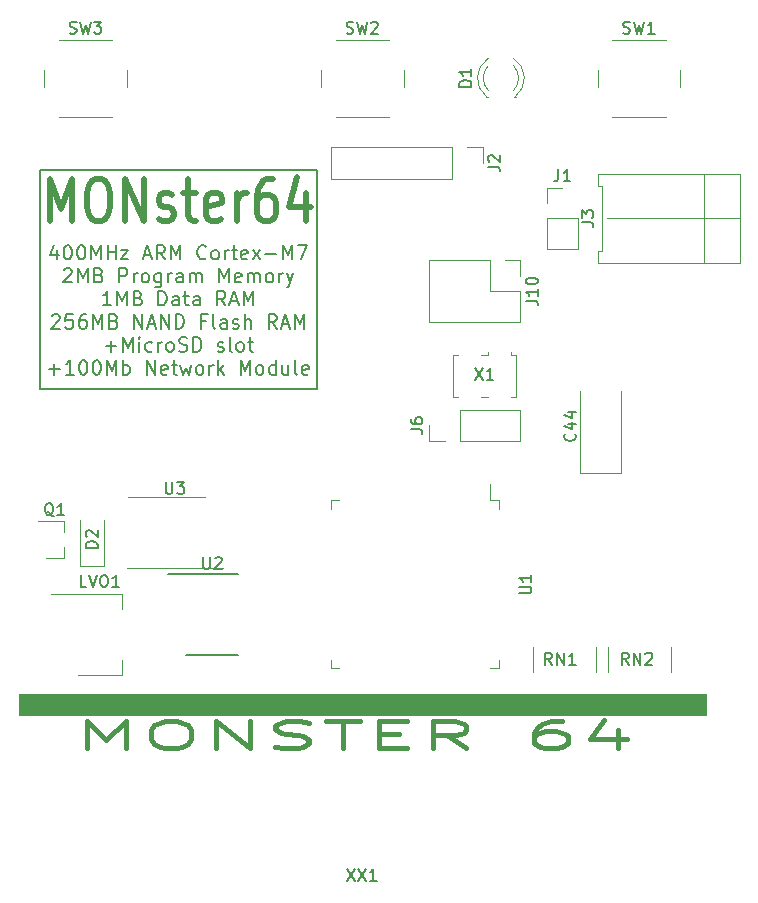
<source format=gbr>
G04 #@! TF.GenerationSoftware,KiCad,Pcbnew,(5.1.5)-3*
G04 #@! TF.CreationDate,2020-07-17T14:56:35-04:00*
G04 #@! TF.ProjectId,MONster64,4d4f4e73-7465-4723-9634-2e6b69636164,rev?*
G04 #@! TF.SameCoordinates,Original*
G04 #@! TF.FileFunction,Legend,Top*
G04 #@! TF.FilePolarity,Positive*
%FSLAX46Y46*%
G04 Gerber Fmt 4.6, Leading zero omitted, Abs format (unit mm)*
G04 Created by KiCad (PCBNEW (5.1.5)-3) date 2020-07-17 14:56:35*
%MOMM*%
%LPD*%
G04 APERTURE LIST*
%ADD10C,0.400000*%
%ADD11C,0.150000*%
%ADD12C,0.500000*%
%ADD13C,0.120000*%
%ADD14C,0.010000*%
%ADD15C,0.100000*%
G04 APERTURE END LIST*
D10*
X63042452Y-131954857D02*
X63042452Y-129704857D01*
X64709119Y-131312000D01*
X66375785Y-129704857D01*
X66375785Y-131954857D01*
X69709119Y-129704857D02*
X70661500Y-129704857D01*
X71137690Y-129812000D01*
X71613880Y-130026285D01*
X71851976Y-130454857D01*
X71851976Y-131204857D01*
X71613880Y-131633428D01*
X71137690Y-131847714D01*
X70661500Y-131954857D01*
X69709119Y-131954857D01*
X69232928Y-131847714D01*
X68756738Y-131633428D01*
X68518642Y-131204857D01*
X68518642Y-130454857D01*
X68756738Y-130026285D01*
X69232928Y-129812000D01*
X69709119Y-129704857D01*
X73994833Y-131954857D02*
X73994833Y-129704857D01*
X76851976Y-131954857D01*
X76851976Y-129704857D01*
X78994833Y-131847714D02*
X79709119Y-131954857D01*
X80899595Y-131954857D01*
X81375785Y-131847714D01*
X81613880Y-131740571D01*
X81851976Y-131526285D01*
X81851976Y-131312000D01*
X81613880Y-131097714D01*
X81375785Y-130990571D01*
X80899595Y-130883428D01*
X79947214Y-130776285D01*
X79471023Y-130669142D01*
X79232928Y-130562000D01*
X78994833Y-130347714D01*
X78994833Y-130133428D01*
X79232928Y-129919142D01*
X79471023Y-129812000D01*
X79947214Y-129704857D01*
X81137690Y-129704857D01*
X81851976Y-129812000D01*
X83280547Y-129704857D02*
X86137690Y-129704857D01*
X84709119Y-131954857D02*
X84709119Y-129704857D01*
X87804357Y-130776285D02*
X89471023Y-130776285D01*
X90185309Y-131954857D02*
X87804357Y-131954857D01*
X87804357Y-129704857D01*
X90185309Y-129704857D01*
X95185309Y-131954857D02*
X93518642Y-130883428D01*
X92328166Y-131954857D02*
X92328166Y-129704857D01*
X94232928Y-129704857D01*
X94709119Y-129812000D01*
X94947214Y-129919142D01*
X95185309Y-130133428D01*
X95185309Y-130454857D01*
X94947214Y-130669142D01*
X94709119Y-130776285D01*
X94232928Y-130883428D01*
X92328166Y-130883428D01*
X103280547Y-129704857D02*
X102328166Y-129704857D01*
X101851976Y-129812000D01*
X101613880Y-129919142D01*
X101137690Y-130240571D01*
X100899595Y-130669142D01*
X100899595Y-131526285D01*
X101137690Y-131740571D01*
X101375785Y-131847714D01*
X101851976Y-131954857D01*
X102804357Y-131954857D01*
X103280547Y-131847714D01*
X103518642Y-131740571D01*
X103756738Y-131526285D01*
X103756738Y-130990571D01*
X103518642Y-130776285D01*
X103280547Y-130669142D01*
X102804357Y-130562000D01*
X101851976Y-130562000D01*
X101375785Y-130669142D01*
X101137690Y-130776285D01*
X100899595Y-130990571D01*
X108042452Y-130454857D02*
X108042452Y-131954857D01*
X106851976Y-129597714D02*
X105661500Y-131204857D01*
X108756738Y-131204857D01*
D11*
X60516785Y-89800357D02*
X60516785Y-90600357D01*
X60231071Y-89343214D02*
X59945357Y-90200357D01*
X60688214Y-90200357D01*
X61373928Y-89400357D02*
X61488214Y-89400357D01*
X61602500Y-89457500D01*
X61659642Y-89514642D01*
X61716785Y-89628928D01*
X61773928Y-89857500D01*
X61773928Y-90143214D01*
X61716785Y-90371785D01*
X61659642Y-90486071D01*
X61602500Y-90543214D01*
X61488214Y-90600357D01*
X61373928Y-90600357D01*
X61259642Y-90543214D01*
X61202500Y-90486071D01*
X61145357Y-90371785D01*
X61088214Y-90143214D01*
X61088214Y-89857500D01*
X61145357Y-89628928D01*
X61202500Y-89514642D01*
X61259642Y-89457500D01*
X61373928Y-89400357D01*
X62516785Y-89400357D02*
X62631071Y-89400357D01*
X62745357Y-89457500D01*
X62802500Y-89514642D01*
X62859642Y-89628928D01*
X62916785Y-89857500D01*
X62916785Y-90143214D01*
X62859642Y-90371785D01*
X62802500Y-90486071D01*
X62745357Y-90543214D01*
X62631071Y-90600357D01*
X62516785Y-90600357D01*
X62402500Y-90543214D01*
X62345357Y-90486071D01*
X62288214Y-90371785D01*
X62231071Y-90143214D01*
X62231071Y-89857500D01*
X62288214Y-89628928D01*
X62345357Y-89514642D01*
X62402500Y-89457500D01*
X62516785Y-89400357D01*
X63431071Y-90600357D02*
X63431071Y-89400357D01*
X63831071Y-90257500D01*
X64231071Y-89400357D01*
X64231071Y-90600357D01*
X64802500Y-90600357D02*
X64802500Y-89400357D01*
X64802500Y-89971785D02*
X65488214Y-89971785D01*
X65488214Y-90600357D02*
X65488214Y-89400357D01*
X65945357Y-89800357D02*
X66573928Y-89800357D01*
X65945357Y-90600357D01*
X66573928Y-90600357D01*
X67888214Y-90257500D02*
X68459642Y-90257500D01*
X67773928Y-90600357D02*
X68173928Y-89400357D01*
X68573928Y-90600357D01*
X69659642Y-90600357D02*
X69259642Y-90028928D01*
X68973928Y-90600357D02*
X68973928Y-89400357D01*
X69431071Y-89400357D01*
X69545357Y-89457500D01*
X69602500Y-89514642D01*
X69659642Y-89628928D01*
X69659642Y-89800357D01*
X69602500Y-89914642D01*
X69545357Y-89971785D01*
X69431071Y-90028928D01*
X68973928Y-90028928D01*
X70173928Y-90600357D02*
X70173928Y-89400357D01*
X70573928Y-90257500D01*
X70973928Y-89400357D01*
X70973928Y-90600357D01*
X73145357Y-90486071D02*
X73088214Y-90543214D01*
X72916785Y-90600357D01*
X72802500Y-90600357D01*
X72631071Y-90543214D01*
X72516785Y-90428928D01*
X72459642Y-90314642D01*
X72402500Y-90086071D01*
X72402500Y-89914642D01*
X72459642Y-89686071D01*
X72516785Y-89571785D01*
X72631071Y-89457500D01*
X72802500Y-89400357D01*
X72916785Y-89400357D01*
X73088214Y-89457500D01*
X73145357Y-89514642D01*
X73831071Y-90600357D02*
X73716785Y-90543214D01*
X73659642Y-90486071D01*
X73602500Y-90371785D01*
X73602500Y-90028928D01*
X73659642Y-89914642D01*
X73716785Y-89857500D01*
X73831071Y-89800357D01*
X74002500Y-89800357D01*
X74116785Y-89857500D01*
X74173928Y-89914642D01*
X74231071Y-90028928D01*
X74231071Y-90371785D01*
X74173928Y-90486071D01*
X74116785Y-90543214D01*
X74002500Y-90600357D01*
X73831071Y-90600357D01*
X74745357Y-90600357D02*
X74745357Y-89800357D01*
X74745357Y-90028928D02*
X74802500Y-89914642D01*
X74859642Y-89857500D01*
X74973928Y-89800357D01*
X75088214Y-89800357D01*
X75316785Y-89800357D02*
X75773928Y-89800357D01*
X75488214Y-89400357D02*
X75488214Y-90428928D01*
X75545357Y-90543214D01*
X75659642Y-90600357D01*
X75773928Y-90600357D01*
X76631071Y-90543214D02*
X76516785Y-90600357D01*
X76288214Y-90600357D01*
X76173928Y-90543214D01*
X76116785Y-90428928D01*
X76116785Y-89971785D01*
X76173928Y-89857500D01*
X76288214Y-89800357D01*
X76516785Y-89800357D01*
X76631071Y-89857500D01*
X76688214Y-89971785D01*
X76688214Y-90086071D01*
X76116785Y-90200357D01*
X77088214Y-90600357D02*
X77716785Y-89800357D01*
X77088214Y-89800357D02*
X77716785Y-90600357D01*
X78173928Y-90143214D02*
X79088214Y-90143214D01*
X79659642Y-90600357D02*
X79659642Y-89400357D01*
X80059642Y-90257500D01*
X80459642Y-89400357D01*
X80459642Y-90600357D01*
X80916785Y-89400357D02*
X81716785Y-89400357D01*
X81202500Y-90600357D01*
X61116785Y-91464642D02*
X61173928Y-91407500D01*
X61288214Y-91350357D01*
X61573928Y-91350357D01*
X61688214Y-91407500D01*
X61745357Y-91464642D01*
X61802500Y-91578928D01*
X61802500Y-91693214D01*
X61745357Y-91864642D01*
X61059642Y-92550357D01*
X61802500Y-92550357D01*
X62316785Y-92550357D02*
X62316785Y-91350357D01*
X62716785Y-92207500D01*
X63116785Y-91350357D01*
X63116785Y-92550357D01*
X64088214Y-91921785D02*
X64259642Y-91978928D01*
X64316785Y-92036071D01*
X64373928Y-92150357D01*
X64373928Y-92321785D01*
X64316785Y-92436071D01*
X64259642Y-92493214D01*
X64145357Y-92550357D01*
X63688214Y-92550357D01*
X63688214Y-91350357D01*
X64088214Y-91350357D01*
X64202500Y-91407500D01*
X64259642Y-91464642D01*
X64316785Y-91578928D01*
X64316785Y-91693214D01*
X64259642Y-91807500D01*
X64202500Y-91864642D01*
X64088214Y-91921785D01*
X63688214Y-91921785D01*
X65802500Y-92550357D02*
X65802500Y-91350357D01*
X66259642Y-91350357D01*
X66373928Y-91407500D01*
X66431071Y-91464642D01*
X66488214Y-91578928D01*
X66488214Y-91750357D01*
X66431071Y-91864642D01*
X66373928Y-91921785D01*
X66259642Y-91978928D01*
X65802500Y-91978928D01*
X67002500Y-92550357D02*
X67002500Y-91750357D01*
X67002500Y-91978928D02*
X67059642Y-91864642D01*
X67116785Y-91807500D01*
X67231071Y-91750357D01*
X67345357Y-91750357D01*
X67916785Y-92550357D02*
X67802500Y-92493214D01*
X67745357Y-92436071D01*
X67688214Y-92321785D01*
X67688214Y-91978928D01*
X67745357Y-91864642D01*
X67802500Y-91807500D01*
X67916785Y-91750357D01*
X68088214Y-91750357D01*
X68202500Y-91807500D01*
X68259642Y-91864642D01*
X68316785Y-91978928D01*
X68316785Y-92321785D01*
X68259642Y-92436071D01*
X68202500Y-92493214D01*
X68088214Y-92550357D01*
X67916785Y-92550357D01*
X69345357Y-91750357D02*
X69345357Y-92721785D01*
X69288214Y-92836071D01*
X69231071Y-92893214D01*
X69116785Y-92950357D01*
X68945357Y-92950357D01*
X68831071Y-92893214D01*
X69345357Y-92493214D02*
X69231071Y-92550357D01*
X69002500Y-92550357D01*
X68888214Y-92493214D01*
X68831071Y-92436071D01*
X68773928Y-92321785D01*
X68773928Y-91978928D01*
X68831071Y-91864642D01*
X68888214Y-91807500D01*
X69002500Y-91750357D01*
X69231071Y-91750357D01*
X69345357Y-91807500D01*
X69916785Y-92550357D02*
X69916785Y-91750357D01*
X69916785Y-91978928D02*
X69973928Y-91864642D01*
X70031071Y-91807500D01*
X70145357Y-91750357D01*
X70259642Y-91750357D01*
X71173928Y-92550357D02*
X71173928Y-91921785D01*
X71116785Y-91807500D01*
X71002500Y-91750357D01*
X70773928Y-91750357D01*
X70659642Y-91807500D01*
X71173928Y-92493214D02*
X71059642Y-92550357D01*
X70773928Y-92550357D01*
X70659642Y-92493214D01*
X70602500Y-92378928D01*
X70602500Y-92264642D01*
X70659642Y-92150357D01*
X70773928Y-92093214D01*
X71059642Y-92093214D01*
X71173928Y-92036071D01*
X71745357Y-92550357D02*
X71745357Y-91750357D01*
X71745357Y-91864642D02*
X71802500Y-91807500D01*
X71916785Y-91750357D01*
X72088214Y-91750357D01*
X72202500Y-91807500D01*
X72259642Y-91921785D01*
X72259642Y-92550357D01*
X72259642Y-91921785D02*
X72316785Y-91807500D01*
X72431071Y-91750357D01*
X72602500Y-91750357D01*
X72716785Y-91807500D01*
X72773928Y-91921785D01*
X72773928Y-92550357D01*
X74259642Y-92550357D02*
X74259642Y-91350357D01*
X74659642Y-92207500D01*
X75059642Y-91350357D01*
X75059642Y-92550357D01*
X76088214Y-92493214D02*
X75973928Y-92550357D01*
X75745357Y-92550357D01*
X75631071Y-92493214D01*
X75573928Y-92378928D01*
X75573928Y-91921785D01*
X75631071Y-91807500D01*
X75745357Y-91750357D01*
X75973928Y-91750357D01*
X76088214Y-91807500D01*
X76145357Y-91921785D01*
X76145357Y-92036071D01*
X75573928Y-92150357D01*
X76659642Y-92550357D02*
X76659642Y-91750357D01*
X76659642Y-91864642D02*
X76716785Y-91807500D01*
X76831071Y-91750357D01*
X77002500Y-91750357D01*
X77116785Y-91807500D01*
X77173928Y-91921785D01*
X77173928Y-92550357D01*
X77173928Y-91921785D02*
X77231071Y-91807500D01*
X77345357Y-91750357D01*
X77516785Y-91750357D01*
X77631071Y-91807500D01*
X77688214Y-91921785D01*
X77688214Y-92550357D01*
X78431071Y-92550357D02*
X78316785Y-92493214D01*
X78259642Y-92436071D01*
X78202500Y-92321785D01*
X78202500Y-91978928D01*
X78259642Y-91864642D01*
X78316785Y-91807500D01*
X78431071Y-91750357D01*
X78602500Y-91750357D01*
X78716785Y-91807500D01*
X78773928Y-91864642D01*
X78831071Y-91978928D01*
X78831071Y-92321785D01*
X78773928Y-92436071D01*
X78716785Y-92493214D01*
X78602500Y-92550357D01*
X78431071Y-92550357D01*
X79345357Y-92550357D02*
X79345357Y-91750357D01*
X79345357Y-91978928D02*
X79402500Y-91864642D01*
X79459642Y-91807500D01*
X79573928Y-91750357D01*
X79688214Y-91750357D01*
X79973928Y-91750357D02*
X80259642Y-92550357D01*
X80545357Y-91750357D02*
X80259642Y-92550357D01*
X80145357Y-92836071D01*
X80088214Y-92893214D01*
X79973928Y-92950357D01*
X65116785Y-94500357D02*
X64431071Y-94500357D01*
X64773928Y-94500357D02*
X64773928Y-93300357D01*
X64659642Y-93471785D01*
X64545357Y-93586071D01*
X64431071Y-93643214D01*
X65631071Y-94500357D02*
X65631071Y-93300357D01*
X66031071Y-94157500D01*
X66431071Y-93300357D01*
X66431071Y-94500357D01*
X67402500Y-93871785D02*
X67573928Y-93928928D01*
X67631071Y-93986071D01*
X67688214Y-94100357D01*
X67688214Y-94271785D01*
X67631071Y-94386071D01*
X67573928Y-94443214D01*
X67459642Y-94500357D01*
X67002500Y-94500357D01*
X67002500Y-93300357D01*
X67402500Y-93300357D01*
X67516785Y-93357500D01*
X67573928Y-93414642D01*
X67631071Y-93528928D01*
X67631071Y-93643214D01*
X67573928Y-93757500D01*
X67516785Y-93814642D01*
X67402500Y-93871785D01*
X67002500Y-93871785D01*
X69116785Y-94500357D02*
X69116785Y-93300357D01*
X69402500Y-93300357D01*
X69573928Y-93357500D01*
X69688214Y-93471785D01*
X69745357Y-93586071D01*
X69802500Y-93814642D01*
X69802500Y-93986071D01*
X69745357Y-94214642D01*
X69688214Y-94328928D01*
X69573928Y-94443214D01*
X69402500Y-94500357D01*
X69116785Y-94500357D01*
X70831071Y-94500357D02*
X70831071Y-93871785D01*
X70773928Y-93757500D01*
X70659642Y-93700357D01*
X70431071Y-93700357D01*
X70316785Y-93757500D01*
X70831071Y-94443214D02*
X70716785Y-94500357D01*
X70431071Y-94500357D01*
X70316785Y-94443214D01*
X70259642Y-94328928D01*
X70259642Y-94214642D01*
X70316785Y-94100357D01*
X70431071Y-94043214D01*
X70716785Y-94043214D01*
X70831071Y-93986071D01*
X71231071Y-93700357D02*
X71688214Y-93700357D01*
X71402500Y-93300357D02*
X71402500Y-94328928D01*
X71459642Y-94443214D01*
X71573928Y-94500357D01*
X71688214Y-94500357D01*
X72602500Y-94500357D02*
X72602500Y-93871785D01*
X72545357Y-93757500D01*
X72431071Y-93700357D01*
X72202500Y-93700357D01*
X72088214Y-93757500D01*
X72602500Y-94443214D02*
X72488214Y-94500357D01*
X72202500Y-94500357D01*
X72088214Y-94443214D01*
X72031071Y-94328928D01*
X72031071Y-94214642D01*
X72088214Y-94100357D01*
X72202500Y-94043214D01*
X72488214Y-94043214D01*
X72602500Y-93986071D01*
X74773928Y-94500357D02*
X74373928Y-93928928D01*
X74088214Y-94500357D02*
X74088214Y-93300357D01*
X74545357Y-93300357D01*
X74659642Y-93357500D01*
X74716785Y-93414642D01*
X74773928Y-93528928D01*
X74773928Y-93700357D01*
X74716785Y-93814642D01*
X74659642Y-93871785D01*
X74545357Y-93928928D01*
X74088214Y-93928928D01*
X75231071Y-94157500D02*
X75802500Y-94157500D01*
X75116785Y-94500357D02*
X75516785Y-93300357D01*
X75916785Y-94500357D01*
X76316785Y-94500357D02*
X76316785Y-93300357D01*
X76716785Y-94157500D01*
X77116785Y-93300357D01*
X77116785Y-94500357D01*
X60088214Y-95364642D02*
X60145357Y-95307500D01*
X60259642Y-95250357D01*
X60545357Y-95250357D01*
X60659642Y-95307500D01*
X60716785Y-95364642D01*
X60773928Y-95478928D01*
X60773928Y-95593214D01*
X60716785Y-95764642D01*
X60031071Y-96450357D01*
X60773928Y-96450357D01*
X61859642Y-95250357D02*
X61288214Y-95250357D01*
X61231071Y-95821785D01*
X61288214Y-95764642D01*
X61402500Y-95707500D01*
X61688214Y-95707500D01*
X61802500Y-95764642D01*
X61859642Y-95821785D01*
X61916785Y-95936071D01*
X61916785Y-96221785D01*
X61859642Y-96336071D01*
X61802500Y-96393214D01*
X61688214Y-96450357D01*
X61402500Y-96450357D01*
X61288214Y-96393214D01*
X61231071Y-96336071D01*
X62945357Y-95250357D02*
X62716785Y-95250357D01*
X62602500Y-95307500D01*
X62545357Y-95364642D01*
X62431071Y-95536071D01*
X62373928Y-95764642D01*
X62373928Y-96221785D01*
X62431071Y-96336071D01*
X62488214Y-96393214D01*
X62602500Y-96450357D01*
X62831071Y-96450357D01*
X62945357Y-96393214D01*
X63002500Y-96336071D01*
X63059642Y-96221785D01*
X63059642Y-95936071D01*
X63002500Y-95821785D01*
X62945357Y-95764642D01*
X62831071Y-95707500D01*
X62602500Y-95707500D01*
X62488214Y-95764642D01*
X62431071Y-95821785D01*
X62373928Y-95936071D01*
X63573928Y-96450357D02*
X63573928Y-95250357D01*
X63973928Y-96107500D01*
X64373928Y-95250357D01*
X64373928Y-96450357D01*
X65345357Y-95821785D02*
X65516785Y-95878928D01*
X65573928Y-95936071D01*
X65631071Y-96050357D01*
X65631071Y-96221785D01*
X65573928Y-96336071D01*
X65516785Y-96393214D01*
X65402500Y-96450357D01*
X64945357Y-96450357D01*
X64945357Y-95250357D01*
X65345357Y-95250357D01*
X65459642Y-95307500D01*
X65516785Y-95364642D01*
X65573928Y-95478928D01*
X65573928Y-95593214D01*
X65516785Y-95707500D01*
X65459642Y-95764642D01*
X65345357Y-95821785D01*
X64945357Y-95821785D01*
X67059642Y-96450357D02*
X67059642Y-95250357D01*
X67745357Y-96450357D01*
X67745357Y-95250357D01*
X68259642Y-96107500D02*
X68831071Y-96107500D01*
X68145357Y-96450357D02*
X68545357Y-95250357D01*
X68945357Y-96450357D01*
X69345357Y-96450357D02*
X69345357Y-95250357D01*
X70031071Y-96450357D01*
X70031071Y-95250357D01*
X70602500Y-96450357D02*
X70602500Y-95250357D01*
X70888214Y-95250357D01*
X71059642Y-95307500D01*
X71173928Y-95421785D01*
X71231071Y-95536071D01*
X71288214Y-95764642D01*
X71288214Y-95936071D01*
X71231071Y-96164642D01*
X71173928Y-96278928D01*
X71059642Y-96393214D01*
X70888214Y-96450357D01*
X70602500Y-96450357D01*
X73116785Y-95821785D02*
X72716785Y-95821785D01*
X72716785Y-96450357D02*
X72716785Y-95250357D01*
X73288214Y-95250357D01*
X73916785Y-96450357D02*
X73802500Y-96393214D01*
X73745357Y-96278928D01*
X73745357Y-95250357D01*
X74888214Y-96450357D02*
X74888214Y-95821785D01*
X74831071Y-95707500D01*
X74716785Y-95650357D01*
X74488214Y-95650357D01*
X74373928Y-95707500D01*
X74888214Y-96393214D02*
X74773928Y-96450357D01*
X74488214Y-96450357D01*
X74373928Y-96393214D01*
X74316785Y-96278928D01*
X74316785Y-96164642D01*
X74373928Y-96050357D01*
X74488214Y-95993214D01*
X74773928Y-95993214D01*
X74888214Y-95936071D01*
X75402500Y-96393214D02*
X75516785Y-96450357D01*
X75745357Y-96450357D01*
X75859642Y-96393214D01*
X75916785Y-96278928D01*
X75916785Y-96221785D01*
X75859642Y-96107500D01*
X75745357Y-96050357D01*
X75573928Y-96050357D01*
X75459642Y-95993214D01*
X75402500Y-95878928D01*
X75402500Y-95821785D01*
X75459642Y-95707500D01*
X75573928Y-95650357D01*
X75745357Y-95650357D01*
X75859642Y-95707500D01*
X76431071Y-96450357D02*
X76431071Y-95250357D01*
X76945357Y-96450357D02*
X76945357Y-95821785D01*
X76888214Y-95707500D01*
X76773928Y-95650357D01*
X76602500Y-95650357D01*
X76488214Y-95707500D01*
X76431071Y-95764642D01*
X79116785Y-96450357D02*
X78716785Y-95878928D01*
X78431071Y-96450357D02*
X78431071Y-95250357D01*
X78888214Y-95250357D01*
X79002500Y-95307500D01*
X79059642Y-95364642D01*
X79116785Y-95478928D01*
X79116785Y-95650357D01*
X79059642Y-95764642D01*
X79002500Y-95821785D01*
X78888214Y-95878928D01*
X78431071Y-95878928D01*
X79573928Y-96107500D02*
X80145357Y-96107500D01*
X79459642Y-96450357D02*
X79859642Y-95250357D01*
X80259642Y-96450357D01*
X80659642Y-96450357D02*
X80659642Y-95250357D01*
X81059642Y-96107500D01*
X81459642Y-95250357D01*
X81459642Y-96450357D01*
X64631071Y-97943214D02*
X65545357Y-97943214D01*
X65088214Y-98400357D02*
X65088214Y-97486071D01*
X66116785Y-98400357D02*
X66116785Y-97200357D01*
X66516785Y-98057500D01*
X66916785Y-97200357D01*
X66916785Y-98400357D01*
X67488214Y-98400357D02*
X67488214Y-97600357D01*
X67488214Y-97200357D02*
X67431071Y-97257500D01*
X67488214Y-97314642D01*
X67545357Y-97257500D01*
X67488214Y-97200357D01*
X67488214Y-97314642D01*
X68573928Y-98343214D02*
X68459642Y-98400357D01*
X68231071Y-98400357D01*
X68116785Y-98343214D01*
X68059642Y-98286071D01*
X68002500Y-98171785D01*
X68002500Y-97828928D01*
X68059642Y-97714642D01*
X68116785Y-97657500D01*
X68231071Y-97600357D01*
X68459642Y-97600357D01*
X68573928Y-97657500D01*
X69088214Y-98400357D02*
X69088214Y-97600357D01*
X69088214Y-97828928D02*
X69145357Y-97714642D01*
X69202500Y-97657500D01*
X69316785Y-97600357D01*
X69431071Y-97600357D01*
X70002500Y-98400357D02*
X69888214Y-98343214D01*
X69831071Y-98286071D01*
X69773928Y-98171785D01*
X69773928Y-97828928D01*
X69831071Y-97714642D01*
X69888214Y-97657500D01*
X70002500Y-97600357D01*
X70173928Y-97600357D01*
X70288214Y-97657500D01*
X70345357Y-97714642D01*
X70402500Y-97828928D01*
X70402500Y-98171785D01*
X70345357Y-98286071D01*
X70288214Y-98343214D01*
X70173928Y-98400357D01*
X70002500Y-98400357D01*
X70859642Y-98343214D02*
X71031071Y-98400357D01*
X71316785Y-98400357D01*
X71431071Y-98343214D01*
X71488214Y-98286071D01*
X71545357Y-98171785D01*
X71545357Y-98057500D01*
X71488214Y-97943214D01*
X71431071Y-97886071D01*
X71316785Y-97828928D01*
X71088214Y-97771785D01*
X70973928Y-97714642D01*
X70916785Y-97657500D01*
X70859642Y-97543214D01*
X70859642Y-97428928D01*
X70916785Y-97314642D01*
X70973928Y-97257500D01*
X71088214Y-97200357D01*
X71373928Y-97200357D01*
X71545357Y-97257500D01*
X72059642Y-98400357D02*
X72059642Y-97200357D01*
X72345357Y-97200357D01*
X72516785Y-97257500D01*
X72631071Y-97371785D01*
X72688214Y-97486071D01*
X72745357Y-97714642D01*
X72745357Y-97886071D01*
X72688214Y-98114642D01*
X72631071Y-98228928D01*
X72516785Y-98343214D01*
X72345357Y-98400357D01*
X72059642Y-98400357D01*
X74116785Y-98343214D02*
X74231071Y-98400357D01*
X74459642Y-98400357D01*
X74573928Y-98343214D01*
X74631071Y-98228928D01*
X74631071Y-98171785D01*
X74573928Y-98057500D01*
X74459642Y-98000357D01*
X74288214Y-98000357D01*
X74173928Y-97943214D01*
X74116785Y-97828928D01*
X74116785Y-97771785D01*
X74173928Y-97657500D01*
X74288214Y-97600357D01*
X74459642Y-97600357D01*
X74573928Y-97657500D01*
X75316785Y-98400357D02*
X75202500Y-98343214D01*
X75145357Y-98228928D01*
X75145357Y-97200357D01*
X75945357Y-98400357D02*
X75831071Y-98343214D01*
X75773928Y-98286071D01*
X75716785Y-98171785D01*
X75716785Y-97828928D01*
X75773928Y-97714642D01*
X75831071Y-97657500D01*
X75945357Y-97600357D01*
X76116785Y-97600357D01*
X76231071Y-97657500D01*
X76288214Y-97714642D01*
X76345357Y-97828928D01*
X76345357Y-98171785D01*
X76288214Y-98286071D01*
X76231071Y-98343214D01*
X76116785Y-98400357D01*
X75945357Y-98400357D01*
X76688214Y-97600357D02*
X77145357Y-97600357D01*
X76859642Y-97200357D02*
X76859642Y-98228928D01*
X76916785Y-98343214D01*
X77031071Y-98400357D01*
X77145357Y-98400357D01*
X59831071Y-99893214D02*
X60745357Y-99893214D01*
X60288214Y-100350357D02*
X60288214Y-99436071D01*
X61945357Y-100350357D02*
X61259642Y-100350357D01*
X61602500Y-100350357D02*
X61602500Y-99150357D01*
X61488214Y-99321785D01*
X61373928Y-99436071D01*
X61259642Y-99493214D01*
X62688214Y-99150357D02*
X62802500Y-99150357D01*
X62916785Y-99207500D01*
X62973928Y-99264642D01*
X63031071Y-99378928D01*
X63088214Y-99607500D01*
X63088214Y-99893214D01*
X63031071Y-100121785D01*
X62973928Y-100236071D01*
X62916785Y-100293214D01*
X62802500Y-100350357D01*
X62688214Y-100350357D01*
X62573928Y-100293214D01*
X62516785Y-100236071D01*
X62459642Y-100121785D01*
X62402500Y-99893214D01*
X62402500Y-99607500D01*
X62459642Y-99378928D01*
X62516785Y-99264642D01*
X62573928Y-99207500D01*
X62688214Y-99150357D01*
X63831071Y-99150357D02*
X63945357Y-99150357D01*
X64059642Y-99207500D01*
X64116785Y-99264642D01*
X64173928Y-99378928D01*
X64231071Y-99607500D01*
X64231071Y-99893214D01*
X64173928Y-100121785D01*
X64116785Y-100236071D01*
X64059642Y-100293214D01*
X63945357Y-100350357D01*
X63831071Y-100350357D01*
X63716785Y-100293214D01*
X63659642Y-100236071D01*
X63602500Y-100121785D01*
X63545357Y-99893214D01*
X63545357Y-99607500D01*
X63602500Y-99378928D01*
X63659642Y-99264642D01*
X63716785Y-99207500D01*
X63831071Y-99150357D01*
X64745357Y-100350357D02*
X64745357Y-99150357D01*
X65145357Y-100007500D01*
X65545357Y-99150357D01*
X65545357Y-100350357D01*
X66116785Y-100350357D02*
X66116785Y-99150357D01*
X66116785Y-99607500D02*
X66231071Y-99550357D01*
X66459642Y-99550357D01*
X66573928Y-99607500D01*
X66631071Y-99664642D01*
X66688214Y-99778928D01*
X66688214Y-100121785D01*
X66631071Y-100236071D01*
X66573928Y-100293214D01*
X66459642Y-100350357D01*
X66231071Y-100350357D01*
X66116785Y-100293214D01*
X68116785Y-100350357D02*
X68116785Y-99150357D01*
X68802500Y-100350357D01*
X68802500Y-99150357D01*
X69831071Y-100293214D02*
X69716785Y-100350357D01*
X69488214Y-100350357D01*
X69373928Y-100293214D01*
X69316785Y-100178928D01*
X69316785Y-99721785D01*
X69373928Y-99607500D01*
X69488214Y-99550357D01*
X69716785Y-99550357D01*
X69831071Y-99607500D01*
X69888214Y-99721785D01*
X69888214Y-99836071D01*
X69316785Y-99950357D01*
X70231071Y-99550357D02*
X70688214Y-99550357D01*
X70402500Y-99150357D02*
X70402500Y-100178928D01*
X70459642Y-100293214D01*
X70573928Y-100350357D01*
X70688214Y-100350357D01*
X70973928Y-99550357D02*
X71202500Y-100350357D01*
X71431071Y-99778928D01*
X71659642Y-100350357D01*
X71888214Y-99550357D01*
X72516785Y-100350357D02*
X72402500Y-100293214D01*
X72345357Y-100236071D01*
X72288214Y-100121785D01*
X72288214Y-99778928D01*
X72345357Y-99664642D01*
X72402500Y-99607500D01*
X72516785Y-99550357D01*
X72688214Y-99550357D01*
X72802500Y-99607500D01*
X72859642Y-99664642D01*
X72916785Y-99778928D01*
X72916785Y-100121785D01*
X72859642Y-100236071D01*
X72802500Y-100293214D01*
X72688214Y-100350357D01*
X72516785Y-100350357D01*
X73431071Y-100350357D02*
X73431071Y-99550357D01*
X73431071Y-99778928D02*
X73488214Y-99664642D01*
X73545357Y-99607500D01*
X73659642Y-99550357D01*
X73773928Y-99550357D01*
X74173928Y-100350357D02*
X74173928Y-99150357D01*
X74288214Y-99893214D02*
X74631071Y-100350357D01*
X74631071Y-99550357D02*
X74173928Y-100007500D01*
X76059642Y-100350357D02*
X76059642Y-99150357D01*
X76459642Y-100007500D01*
X76859642Y-99150357D01*
X76859642Y-100350357D01*
X77602500Y-100350357D02*
X77488214Y-100293214D01*
X77431071Y-100236071D01*
X77373928Y-100121785D01*
X77373928Y-99778928D01*
X77431071Y-99664642D01*
X77488214Y-99607500D01*
X77602500Y-99550357D01*
X77773928Y-99550357D01*
X77888214Y-99607500D01*
X77945357Y-99664642D01*
X78002500Y-99778928D01*
X78002500Y-100121785D01*
X77945357Y-100236071D01*
X77888214Y-100293214D01*
X77773928Y-100350357D01*
X77602500Y-100350357D01*
X79031071Y-100350357D02*
X79031071Y-99150357D01*
X79031071Y-100293214D02*
X78916785Y-100350357D01*
X78688214Y-100350357D01*
X78573928Y-100293214D01*
X78516785Y-100236071D01*
X78459642Y-100121785D01*
X78459642Y-99778928D01*
X78516785Y-99664642D01*
X78573928Y-99607500D01*
X78688214Y-99550357D01*
X78916785Y-99550357D01*
X79031071Y-99607500D01*
X80116785Y-99550357D02*
X80116785Y-100350357D01*
X79602500Y-99550357D02*
X79602500Y-100178928D01*
X79659642Y-100293214D01*
X79773928Y-100350357D01*
X79945357Y-100350357D01*
X80059642Y-100293214D01*
X80116785Y-100236071D01*
X80859642Y-100350357D02*
X80745357Y-100293214D01*
X80688214Y-100178928D01*
X80688214Y-99150357D01*
X81773928Y-100293214D02*
X81659642Y-100350357D01*
X81431071Y-100350357D01*
X81316785Y-100293214D01*
X81259642Y-100178928D01*
X81259642Y-99721785D01*
X81316785Y-99607500D01*
X81431071Y-99550357D01*
X81659642Y-99550357D01*
X81773928Y-99607500D01*
X81831071Y-99721785D01*
X81831071Y-99836071D01*
X81259642Y-99950357D01*
D12*
X59892976Y-87308333D02*
X59892976Y-83808333D01*
X60859642Y-86308333D01*
X61826309Y-83808333D01*
X61826309Y-87308333D01*
X63759642Y-83808333D02*
X64312023Y-83808333D01*
X64588214Y-83975000D01*
X64864404Y-84308333D01*
X65002500Y-84975000D01*
X65002500Y-86141666D01*
X64864404Y-86808333D01*
X64588214Y-87141666D01*
X64312023Y-87308333D01*
X63759642Y-87308333D01*
X63483452Y-87141666D01*
X63207261Y-86808333D01*
X63069166Y-86141666D01*
X63069166Y-84975000D01*
X63207261Y-84308333D01*
X63483452Y-83975000D01*
X63759642Y-83808333D01*
X66245357Y-87308333D02*
X66245357Y-83808333D01*
X67902500Y-87308333D01*
X67902500Y-83808333D01*
X69145357Y-87141666D02*
X69421547Y-87308333D01*
X69973928Y-87308333D01*
X70250119Y-87141666D01*
X70388214Y-86808333D01*
X70388214Y-86641666D01*
X70250119Y-86308333D01*
X69973928Y-86141666D01*
X69559642Y-86141666D01*
X69283452Y-85975000D01*
X69145357Y-85641666D01*
X69145357Y-85475000D01*
X69283452Y-85141666D01*
X69559642Y-84975000D01*
X69973928Y-84975000D01*
X70250119Y-85141666D01*
X71216785Y-84975000D02*
X72321547Y-84975000D01*
X71631071Y-83808333D02*
X71631071Y-86808333D01*
X71769166Y-87141666D01*
X72045357Y-87308333D01*
X72321547Y-87308333D01*
X74392976Y-87141666D02*
X74116785Y-87308333D01*
X73564404Y-87308333D01*
X73288214Y-87141666D01*
X73150119Y-86808333D01*
X73150119Y-85475000D01*
X73288214Y-85141666D01*
X73564404Y-84975000D01*
X74116785Y-84975000D01*
X74392976Y-85141666D01*
X74531071Y-85475000D01*
X74531071Y-85808333D01*
X73150119Y-86141666D01*
X75773928Y-87308333D02*
X75773928Y-84975000D01*
X75773928Y-85641666D02*
X75912023Y-85308333D01*
X76050119Y-85141666D01*
X76326309Y-84975000D01*
X76602500Y-84975000D01*
X78812023Y-83808333D02*
X78259642Y-83808333D01*
X77983452Y-83975000D01*
X77845357Y-84141666D01*
X77569166Y-84641666D01*
X77431071Y-85308333D01*
X77431071Y-86641666D01*
X77569166Y-86975000D01*
X77707261Y-87141666D01*
X77983452Y-87308333D01*
X78535833Y-87308333D01*
X78812023Y-87141666D01*
X78950119Y-86975000D01*
X79088214Y-86641666D01*
X79088214Y-85808333D01*
X78950119Y-85475000D01*
X78812023Y-85308333D01*
X78535833Y-85141666D01*
X77983452Y-85141666D01*
X77707261Y-85308333D01*
X77569166Y-85475000D01*
X77431071Y-85808333D01*
X81573928Y-84975000D02*
X81573928Y-87308333D01*
X80883452Y-83641666D02*
X80192976Y-86141666D01*
X81988214Y-86141666D01*
D11*
X82550000Y-82994500D02*
X59055000Y-82994500D01*
X82550000Y-101600000D02*
X82550000Y-82994500D01*
X59055000Y-101600000D02*
X82550000Y-101600000D01*
X59055000Y-82994500D02*
X59055000Y-101600000D01*
D13*
X96871500Y-76807500D02*
X97027500Y-76807500D01*
X99187500Y-76807500D02*
X99343500Y-76807500D01*
X97028892Y-73575165D02*
G75*
G03X96871984Y-76807500I1078608J-1672335D01*
G01*
X99186108Y-73575165D02*
G75*
G02X99343016Y-76807500I-1078608J-1672335D01*
G01*
X97027663Y-74206370D02*
G75*
G03X97027500Y-76288461I1079837J-1041130D01*
G01*
X99187337Y-74206370D02*
G75*
G02X99187500Y-76288461I-1079837J-1041130D01*
G01*
X62500000Y-116550000D02*
X64500000Y-116550000D01*
X64500000Y-116550000D02*
X64500000Y-112650000D01*
X62500000Y-116550000D02*
X62500000Y-112650000D01*
X101984500Y-89722000D02*
X104644500Y-89722000D01*
X101984500Y-87122000D02*
X101984500Y-89722000D01*
X104644500Y-87122000D02*
X104644500Y-89722000D01*
X101984500Y-87122000D02*
X104644500Y-87122000D01*
X101984500Y-85852000D02*
X101984500Y-84522000D01*
X101984500Y-84522000D02*
X103314500Y-84522000D01*
X83760000Y-81093000D02*
X83760000Y-83753000D01*
X93980000Y-81093000D02*
X83760000Y-81093000D01*
X93980000Y-83753000D02*
X83760000Y-83753000D01*
X93980000Y-81093000D02*
X93980000Y-83753000D01*
X95250000Y-81093000D02*
X96580000Y-81093000D01*
X96580000Y-81093000D02*
X96580000Y-82423000D01*
X115331000Y-90872000D02*
X115331000Y-83372000D01*
D14*
X107131000Y-87122000D02*
X118331000Y-87122000D01*
D13*
X118331000Y-90872000D02*
X118331000Y-83372000D01*
X118331000Y-83372000D02*
X106356000Y-83372000D01*
X106356000Y-83372000D02*
X106356000Y-84372000D01*
X106356000Y-84372000D02*
X106706000Y-84372000D01*
X106706000Y-84372000D02*
X106706000Y-89922000D01*
X106706000Y-89922000D02*
X106356000Y-89922000D01*
X118331000Y-90872000D02*
X106356000Y-90872000D01*
X106356000Y-90872000D02*
X106356000Y-89922000D01*
X66045000Y-125774500D02*
X66045000Y-124514500D01*
X66045000Y-118954500D02*
X66045000Y-120214500D01*
X62285000Y-125774500D02*
X66045000Y-125774500D01*
X60035000Y-118954500D02*
X66045000Y-118954500D01*
X61085000Y-115880000D02*
X61085000Y-114950000D01*
X61085000Y-112720000D02*
X61085000Y-113650000D01*
X61085000Y-112720000D02*
X58925000Y-112720000D01*
X61085000Y-115880000D02*
X59625000Y-115880000D01*
X100835000Y-123410000D02*
X100835000Y-125510000D01*
X106175000Y-123410000D02*
X106175000Y-125510000D01*
X112525000Y-123410000D02*
X112525000Y-125510000D01*
X107185000Y-123410000D02*
X107185000Y-125510000D01*
X107553000Y-78525000D02*
X112053000Y-78525000D01*
X106303000Y-74525000D02*
X106303000Y-76025000D01*
X112053000Y-72025000D02*
X107553000Y-72025000D01*
X113303000Y-76025000D02*
X113303000Y-74525000D01*
X84121500Y-78525000D02*
X88621500Y-78525000D01*
X82871500Y-74525000D02*
X82871500Y-76025000D01*
X88621500Y-72025000D02*
X84121500Y-72025000D01*
X89871500Y-76025000D02*
X89871500Y-74525000D01*
X66440000Y-76025000D02*
X66440000Y-74525000D01*
X65190000Y-72025000D02*
X60690000Y-72025000D01*
X59440000Y-74525000D02*
X59440000Y-76025000D01*
X60690000Y-78525000D02*
X65190000Y-78525000D01*
X83695000Y-124520000D02*
X83695000Y-125220000D01*
X83695000Y-125220000D02*
X84395000Y-125220000D01*
X83695000Y-111700000D02*
X83695000Y-111000000D01*
X83695000Y-111000000D02*
X84395000Y-111000000D01*
X97915000Y-124520000D02*
X97915000Y-125220000D01*
X97915000Y-125220000D02*
X97215000Y-125220000D01*
X97915000Y-111700000D02*
X97915000Y-111000000D01*
X97915000Y-111000000D02*
X97215000Y-111000000D01*
X97215000Y-111000000D02*
X97215000Y-109635000D01*
D11*
X71435000Y-124100000D02*
X75885000Y-124100000D01*
X69910000Y-117200000D02*
X75885000Y-117200000D01*
D13*
X66548000Y-110744000D02*
X73025000Y-110744000D01*
X66421000Y-116713000D02*
X74549000Y-116713000D01*
D15*
G36*
X57277000Y-127381000D02*
G01*
X57277000Y-129159000D01*
X115443000Y-129159000D01*
X115443000Y-127381000D01*
X57277000Y-127381000D01*
G37*
X57277000Y-127381000D02*
X57277000Y-129159000D01*
X115443000Y-129159000D01*
X115443000Y-127381000D01*
X57277000Y-127381000D01*
D13*
X99755000Y-105978000D02*
X99755000Y-103318000D01*
X94615000Y-105978000D02*
X99755000Y-105978000D01*
X94615000Y-103318000D02*
X99755000Y-103318000D01*
X94615000Y-105978000D02*
X94615000Y-103318000D01*
X93345000Y-105978000D02*
X92015000Y-105978000D01*
X92015000Y-105978000D02*
X92015000Y-104648000D01*
X94440500Y-102257000D02*
X94010500Y-102257000D01*
X94010500Y-102257000D02*
X94010500Y-98657000D01*
X94010500Y-98657000D02*
X94440500Y-98657000D01*
X96980500Y-102257000D02*
X96440500Y-102257000D01*
X98980500Y-98407000D02*
X98980500Y-98657000D01*
X98980500Y-98657000D02*
X99410500Y-98657000D01*
X99410500Y-98657000D02*
X99410500Y-102257000D01*
X99410500Y-102257000D02*
X98980500Y-102257000D01*
X96440500Y-98657000D02*
X96980500Y-98657000D01*
X96980500Y-98657000D02*
X96980500Y-98407000D01*
X92015000Y-90681500D02*
X92015000Y-95881500D01*
X97155000Y-90681500D02*
X92015000Y-90681500D01*
X99755000Y-95881500D02*
X92015000Y-95881500D01*
X97155000Y-90681500D02*
X97155000Y-93281500D01*
X97155000Y-93281500D02*
X99755000Y-93281500D01*
X99755000Y-93281500D02*
X99755000Y-95881500D01*
X98425000Y-90681500D02*
X99755000Y-90681500D01*
X99755000Y-90681500D02*
X99755000Y-92011500D01*
X104843000Y-101711500D02*
X104843000Y-108646500D01*
X104843000Y-108646500D02*
X108263000Y-108646500D01*
X108263000Y-108646500D02*
X108263000Y-101711500D01*
D11*
X95599880Y-75985595D02*
X94599880Y-75985595D01*
X94599880Y-75747500D01*
X94647500Y-75604642D01*
X94742738Y-75509404D01*
X94837976Y-75461785D01*
X95028452Y-75414166D01*
X95171309Y-75414166D01*
X95361785Y-75461785D01*
X95457023Y-75509404D01*
X95552261Y-75604642D01*
X95599880Y-75747500D01*
X95599880Y-75985595D01*
X95599880Y-74461785D02*
X95599880Y-75033214D01*
X95599880Y-74747500D02*
X94599880Y-74747500D01*
X94742738Y-74842738D01*
X94837976Y-74937976D01*
X94885595Y-75033214D01*
X63952380Y-115038095D02*
X62952380Y-115038095D01*
X62952380Y-114800000D01*
X63000000Y-114657142D01*
X63095238Y-114561904D01*
X63190476Y-114514285D01*
X63380952Y-114466666D01*
X63523809Y-114466666D01*
X63714285Y-114514285D01*
X63809523Y-114561904D01*
X63904761Y-114657142D01*
X63952380Y-114800000D01*
X63952380Y-115038095D01*
X63047619Y-114085714D02*
X63000000Y-114038095D01*
X62952380Y-113942857D01*
X62952380Y-113704761D01*
X63000000Y-113609523D01*
X63047619Y-113561904D01*
X63142857Y-113514285D01*
X63238095Y-113514285D01*
X63380952Y-113561904D01*
X63952380Y-114133333D01*
X63952380Y-113514285D01*
X102981166Y-82974380D02*
X102981166Y-83688666D01*
X102933547Y-83831523D01*
X102838309Y-83926761D01*
X102695452Y-83974380D01*
X102600214Y-83974380D01*
X103981166Y-83974380D02*
X103409738Y-83974380D01*
X103695452Y-83974380D02*
X103695452Y-82974380D01*
X103600214Y-83117238D01*
X103504976Y-83212476D01*
X103409738Y-83260095D01*
X97032380Y-82756333D02*
X97746666Y-82756333D01*
X97889523Y-82803952D01*
X97984761Y-82899190D01*
X98032380Y-83042047D01*
X98032380Y-83137285D01*
X97127619Y-82327761D02*
X97080000Y-82280142D01*
X97032380Y-82184904D01*
X97032380Y-81946809D01*
X97080000Y-81851571D01*
X97127619Y-81803952D01*
X97222857Y-81756333D01*
X97318095Y-81756333D01*
X97460952Y-81803952D01*
X98032380Y-82375380D01*
X98032380Y-81756333D01*
X104933380Y-87455333D02*
X105647666Y-87455333D01*
X105790523Y-87502952D01*
X105885761Y-87598190D01*
X105933380Y-87741047D01*
X105933380Y-87836285D01*
X104933380Y-87074380D02*
X104933380Y-86455333D01*
X105314333Y-86788666D01*
X105314333Y-86645809D01*
X105361952Y-86550571D01*
X105409571Y-86502952D01*
X105504809Y-86455333D01*
X105742904Y-86455333D01*
X105838142Y-86502952D01*
X105885761Y-86550571D01*
X105933380Y-86645809D01*
X105933380Y-86931523D01*
X105885761Y-87026761D01*
X105838142Y-87074380D01*
X63015952Y-118316880D02*
X62539761Y-118316880D01*
X62539761Y-117316880D01*
X63206428Y-117316880D02*
X63539761Y-118316880D01*
X63873095Y-117316880D01*
X64396904Y-117316880D02*
X64587380Y-117316880D01*
X64682619Y-117364500D01*
X64777857Y-117459738D01*
X64825476Y-117650214D01*
X64825476Y-117983547D01*
X64777857Y-118174023D01*
X64682619Y-118269261D01*
X64587380Y-118316880D01*
X64396904Y-118316880D01*
X64301666Y-118269261D01*
X64206428Y-118174023D01*
X64158809Y-117983547D01*
X64158809Y-117650214D01*
X64206428Y-117459738D01*
X64301666Y-117364500D01*
X64396904Y-117316880D01*
X65777857Y-118316880D02*
X65206428Y-118316880D01*
X65492142Y-118316880D02*
X65492142Y-117316880D01*
X65396904Y-117459738D01*
X65301666Y-117554976D01*
X65206428Y-117602595D01*
X60229761Y-112347619D02*
X60134523Y-112300000D01*
X60039285Y-112204761D01*
X59896428Y-112061904D01*
X59801190Y-112014285D01*
X59705952Y-112014285D01*
X59753571Y-112252380D02*
X59658333Y-112204761D01*
X59563095Y-112109523D01*
X59515476Y-111919047D01*
X59515476Y-111585714D01*
X59563095Y-111395238D01*
X59658333Y-111300000D01*
X59753571Y-111252380D01*
X59944047Y-111252380D01*
X60039285Y-111300000D01*
X60134523Y-111395238D01*
X60182142Y-111585714D01*
X60182142Y-111919047D01*
X60134523Y-112109523D01*
X60039285Y-112204761D01*
X59944047Y-112252380D01*
X59753571Y-112252380D01*
X61134523Y-112252380D02*
X60563095Y-112252380D01*
X60848809Y-112252380D02*
X60848809Y-111252380D01*
X60753571Y-111395238D01*
X60658333Y-111490476D01*
X60563095Y-111538095D01*
X102433523Y-124912380D02*
X102100190Y-124436190D01*
X101862095Y-124912380D02*
X101862095Y-123912380D01*
X102243047Y-123912380D01*
X102338285Y-123960000D01*
X102385904Y-124007619D01*
X102433523Y-124102857D01*
X102433523Y-124245714D01*
X102385904Y-124340952D01*
X102338285Y-124388571D01*
X102243047Y-124436190D01*
X101862095Y-124436190D01*
X102862095Y-124912380D02*
X102862095Y-123912380D01*
X103433523Y-124912380D01*
X103433523Y-123912380D01*
X104433523Y-124912380D02*
X103862095Y-124912380D01*
X104147809Y-124912380D02*
X104147809Y-123912380D01*
X104052571Y-124055238D01*
X103957333Y-124150476D01*
X103862095Y-124198095D01*
X108910523Y-124912380D02*
X108577190Y-124436190D01*
X108339095Y-124912380D02*
X108339095Y-123912380D01*
X108720047Y-123912380D01*
X108815285Y-123960000D01*
X108862904Y-124007619D01*
X108910523Y-124102857D01*
X108910523Y-124245714D01*
X108862904Y-124340952D01*
X108815285Y-124388571D01*
X108720047Y-124436190D01*
X108339095Y-124436190D01*
X109339095Y-124912380D02*
X109339095Y-123912380D01*
X109910523Y-124912380D01*
X109910523Y-123912380D01*
X110339095Y-124007619D02*
X110386714Y-123960000D01*
X110481952Y-123912380D01*
X110720047Y-123912380D01*
X110815285Y-123960000D01*
X110862904Y-124007619D01*
X110910523Y-124102857D01*
X110910523Y-124198095D01*
X110862904Y-124340952D01*
X110291476Y-124912380D01*
X110910523Y-124912380D01*
X108469666Y-71429761D02*
X108612523Y-71477380D01*
X108850619Y-71477380D01*
X108945857Y-71429761D01*
X108993476Y-71382142D01*
X109041095Y-71286904D01*
X109041095Y-71191666D01*
X108993476Y-71096428D01*
X108945857Y-71048809D01*
X108850619Y-71001190D01*
X108660142Y-70953571D01*
X108564904Y-70905952D01*
X108517285Y-70858333D01*
X108469666Y-70763095D01*
X108469666Y-70667857D01*
X108517285Y-70572619D01*
X108564904Y-70525000D01*
X108660142Y-70477380D01*
X108898238Y-70477380D01*
X109041095Y-70525000D01*
X109374428Y-70477380D02*
X109612523Y-71477380D01*
X109803000Y-70763095D01*
X109993476Y-71477380D01*
X110231571Y-70477380D01*
X111136333Y-71477380D02*
X110564904Y-71477380D01*
X110850619Y-71477380D02*
X110850619Y-70477380D01*
X110755380Y-70620238D01*
X110660142Y-70715476D01*
X110564904Y-70763095D01*
X85038166Y-71429761D02*
X85181023Y-71477380D01*
X85419119Y-71477380D01*
X85514357Y-71429761D01*
X85561976Y-71382142D01*
X85609595Y-71286904D01*
X85609595Y-71191666D01*
X85561976Y-71096428D01*
X85514357Y-71048809D01*
X85419119Y-71001190D01*
X85228642Y-70953571D01*
X85133404Y-70905952D01*
X85085785Y-70858333D01*
X85038166Y-70763095D01*
X85038166Y-70667857D01*
X85085785Y-70572619D01*
X85133404Y-70525000D01*
X85228642Y-70477380D01*
X85466738Y-70477380D01*
X85609595Y-70525000D01*
X85942928Y-70477380D02*
X86181023Y-71477380D01*
X86371500Y-70763095D01*
X86561976Y-71477380D01*
X86800071Y-70477380D01*
X87133404Y-70572619D02*
X87181023Y-70525000D01*
X87276261Y-70477380D01*
X87514357Y-70477380D01*
X87609595Y-70525000D01*
X87657214Y-70572619D01*
X87704833Y-70667857D01*
X87704833Y-70763095D01*
X87657214Y-70905952D01*
X87085785Y-71477380D01*
X87704833Y-71477380D01*
X61606666Y-71429761D02*
X61749523Y-71477380D01*
X61987619Y-71477380D01*
X62082857Y-71429761D01*
X62130476Y-71382142D01*
X62178095Y-71286904D01*
X62178095Y-71191666D01*
X62130476Y-71096428D01*
X62082857Y-71048809D01*
X61987619Y-71001190D01*
X61797142Y-70953571D01*
X61701904Y-70905952D01*
X61654285Y-70858333D01*
X61606666Y-70763095D01*
X61606666Y-70667857D01*
X61654285Y-70572619D01*
X61701904Y-70525000D01*
X61797142Y-70477380D01*
X62035238Y-70477380D01*
X62178095Y-70525000D01*
X62511428Y-70477380D02*
X62749523Y-71477380D01*
X62940000Y-70763095D01*
X63130476Y-71477380D01*
X63368571Y-70477380D01*
X63654285Y-70477380D02*
X64273333Y-70477380D01*
X63940000Y-70858333D01*
X64082857Y-70858333D01*
X64178095Y-70905952D01*
X64225714Y-70953571D01*
X64273333Y-71048809D01*
X64273333Y-71286904D01*
X64225714Y-71382142D01*
X64178095Y-71429761D01*
X64082857Y-71477380D01*
X63797142Y-71477380D01*
X63701904Y-71429761D01*
X63654285Y-71382142D01*
X99677380Y-118871904D02*
X100486904Y-118871904D01*
X100582142Y-118824285D01*
X100629761Y-118776666D01*
X100677380Y-118681428D01*
X100677380Y-118490952D01*
X100629761Y-118395714D01*
X100582142Y-118348095D01*
X100486904Y-118300476D01*
X99677380Y-118300476D01*
X100677380Y-117300476D02*
X100677380Y-117871904D01*
X100677380Y-117586190D02*
X99677380Y-117586190D01*
X99820238Y-117681428D01*
X99915476Y-117776666D01*
X99963095Y-117871904D01*
X72898095Y-115802380D02*
X72898095Y-116611904D01*
X72945714Y-116707142D01*
X72993333Y-116754761D01*
X73088571Y-116802380D01*
X73279047Y-116802380D01*
X73374285Y-116754761D01*
X73421904Y-116707142D01*
X73469523Y-116611904D01*
X73469523Y-115802380D01*
X73898095Y-115897619D02*
X73945714Y-115850000D01*
X74040952Y-115802380D01*
X74279047Y-115802380D01*
X74374285Y-115850000D01*
X74421904Y-115897619D01*
X74469523Y-115992857D01*
X74469523Y-116088095D01*
X74421904Y-116230952D01*
X73850476Y-116802380D01*
X74469523Y-116802380D01*
X69723095Y-109434380D02*
X69723095Y-110243904D01*
X69770714Y-110339142D01*
X69818333Y-110386761D01*
X69913571Y-110434380D01*
X70104047Y-110434380D01*
X70199285Y-110386761D01*
X70246904Y-110339142D01*
X70294523Y-110243904D01*
X70294523Y-109434380D01*
X70675476Y-109434380D02*
X71294523Y-109434380D01*
X70961190Y-109815333D01*
X71104047Y-109815333D01*
X71199285Y-109862952D01*
X71246904Y-109910571D01*
X71294523Y-110005809D01*
X71294523Y-110243904D01*
X71246904Y-110339142D01*
X71199285Y-110386761D01*
X71104047Y-110434380D01*
X70818333Y-110434380D01*
X70723095Y-110386761D01*
X70675476Y-110339142D01*
X85074285Y-142192380D02*
X85740952Y-143192380D01*
X85740952Y-142192380D02*
X85074285Y-143192380D01*
X86026666Y-142192380D02*
X86693333Y-143192380D01*
X86693333Y-142192380D02*
X86026666Y-143192380D01*
X87598095Y-143192380D02*
X87026666Y-143192380D01*
X87312380Y-143192380D02*
X87312380Y-142192380D01*
X87217142Y-142335238D01*
X87121904Y-142430476D01*
X87026666Y-142478095D01*
X90467380Y-104981333D02*
X91181666Y-104981333D01*
X91324523Y-105028952D01*
X91419761Y-105124190D01*
X91467380Y-105267047D01*
X91467380Y-105362285D01*
X90467380Y-104076571D02*
X90467380Y-104267047D01*
X90515000Y-104362285D01*
X90562619Y-104409904D01*
X90705476Y-104505142D01*
X90895952Y-104552761D01*
X91276904Y-104552761D01*
X91372142Y-104505142D01*
X91419761Y-104457523D01*
X91467380Y-104362285D01*
X91467380Y-104171809D01*
X91419761Y-104076571D01*
X91372142Y-104028952D01*
X91276904Y-103981333D01*
X91038809Y-103981333D01*
X90943571Y-104028952D01*
X90895952Y-104076571D01*
X90848333Y-104171809D01*
X90848333Y-104362285D01*
X90895952Y-104457523D01*
X90943571Y-104505142D01*
X91038809Y-104552761D01*
X95900976Y-99782380D02*
X96567642Y-100782380D01*
X96567642Y-99782380D02*
X95900976Y-100782380D01*
X97472404Y-100782380D02*
X96900976Y-100782380D01*
X97186690Y-100782380D02*
X97186690Y-99782380D01*
X97091452Y-99925238D01*
X96996214Y-100020476D01*
X96900976Y-100068095D01*
X100207380Y-94091023D02*
X100921666Y-94091023D01*
X101064523Y-94138642D01*
X101159761Y-94233880D01*
X101207380Y-94376738D01*
X101207380Y-94471976D01*
X101207380Y-93091023D02*
X101207380Y-93662452D01*
X101207380Y-93376738D02*
X100207380Y-93376738D01*
X100350238Y-93471976D01*
X100445476Y-93567214D01*
X100493095Y-93662452D01*
X100207380Y-92471976D02*
X100207380Y-92376738D01*
X100255000Y-92281500D01*
X100302619Y-92233880D01*
X100397857Y-92186261D01*
X100588333Y-92138642D01*
X100826428Y-92138642D01*
X101016904Y-92186261D01*
X101112142Y-92233880D01*
X101159761Y-92281500D01*
X101207380Y-92376738D01*
X101207380Y-92471976D01*
X101159761Y-92567214D01*
X101112142Y-92614833D01*
X101016904Y-92662452D01*
X100826428Y-92710071D01*
X100588333Y-92710071D01*
X100397857Y-92662452D01*
X100302619Y-92614833D01*
X100255000Y-92567214D01*
X100207380Y-92471976D01*
X104360142Y-105354357D02*
X104407761Y-105401976D01*
X104455380Y-105544833D01*
X104455380Y-105640071D01*
X104407761Y-105782928D01*
X104312523Y-105878166D01*
X104217285Y-105925785D01*
X104026809Y-105973404D01*
X103883952Y-105973404D01*
X103693476Y-105925785D01*
X103598238Y-105878166D01*
X103503000Y-105782928D01*
X103455380Y-105640071D01*
X103455380Y-105544833D01*
X103503000Y-105401976D01*
X103550619Y-105354357D01*
X103788714Y-104497214D02*
X104455380Y-104497214D01*
X103407761Y-104735309D02*
X104122047Y-104973404D01*
X104122047Y-104354357D01*
X103788714Y-103544833D02*
X104455380Y-103544833D01*
X103407761Y-103782928D02*
X104122047Y-104021023D01*
X104122047Y-103401976D01*
M02*

</source>
